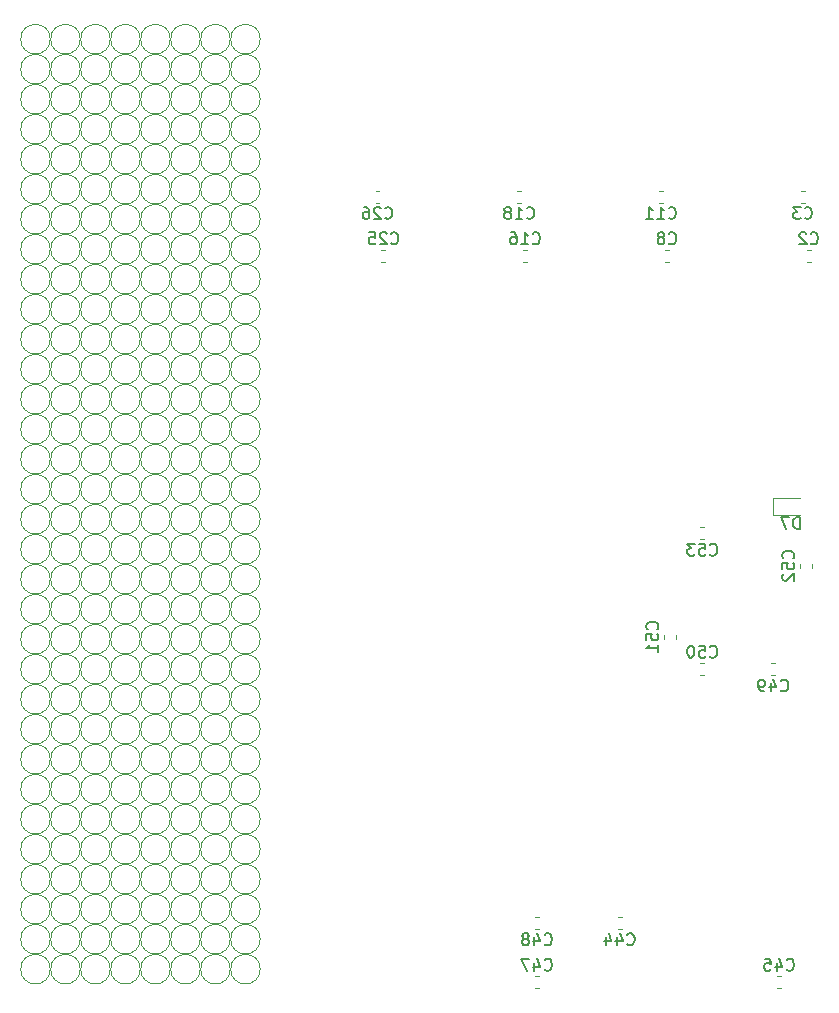
<source format=gbo>
%TF.GenerationSoftware,KiCad,Pcbnew,(5.1.10)-1*%
%TF.CreationDate,2022-10-01T12:24:56+09:00*%
%TF.ProjectId,quadBLDC,71756164-424c-4444-932e-6b696361645f,rev?*%
%TF.SameCoordinates,Original*%
%TF.FileFunction,Legend,Bot*%
%TF.FilePolarity,Positive*%
%FSLAX46Y46*%
G04 Gerber Fmt 4.6, Leading zero omitted, Abs format (unit mm)*
G04 Created by KiCad (PCBNEW (5.1.10)-1) date 2022-10-01 12:24:56*
%MOMM*%
%LPD*%
G01*
G04 APERTURE LIST*
%ADD10C,0.120000*%
%ADD11C,0.150000*%
G04 APERTURE END LIST*
D10*
%TO.C,REF\u002A\u002A*%
X6331000Y-12700000D02*
G75*
G03*
X6331000Y-12700000I-1251000J0D01*
G01*
X16491000Y-86360000D02*
G75*
G03*
X16491000Y-86360000I-1251000J0D01*
G01*
X21571000Y-12700000D02*
G75*
G03*
X21571000Y-12700000I-1251000J0D01*
G01*
X16491000Y-12700000D02*
G75*
G03*
X16491000Y-12700000I-1251000J0D01*
G01*
X11411000Y-86360000D02*
G75*
G03*
X11411000Y-86360000I-1251000J0D01*
G01*
X11411000Y-81280000D02*
G75*
G03*
X11411000Y-81280000I-1251000J0D01*
G01*
X21571000Y-86360000D02*
G75*
G03*
X21571000Y-86360000I-1251000J0D01*
G01*
X6331000Y-81280000D02*
G75*
G03*
X6331000Y-81280000I-1251000J0D01*
G01*
X13951000Y-86360000D02*
G75*
G03*
X13951000Y-86360000I-1251000J0D01*
G01*
X19031000Y-83820000D02*
G75*
G03*
X19031000Y-83820000I-1251000J0D01*
G01*
X3791000Y-83820000D02*
G75*
G03*
X3791000Y-83820000I-1251000J0D01*
G01*
X16491000Y-81280000D02*
G75*
G03*
X16491000Y-81280000I-1251000J0D01*
G01*
X21571000Y-83820000D02*
G75*
G03*
X21571000Y-83820000I-1251000J0D01*
G01*
X16491000Y-83820000D02*
G75*
G03*
X16491000Y-83820000I-1251000J0D01*
G01*
X8871000Y-83820000D02*
G75*
G03*
X8871000Y-83820000I-1251000J0D01*
G01*
X19031000Y-81280000D02*
G75*
G03*
X19031000Y-81280000I-1251000J0D01*
G01*
X6331000Y-83820000D02*
G75*
G03*
X6331000Y-83820000I-1251000J0D01*
G01*
X3791000Y-86360000D02*
G75*
G03*
X3791000Y-86360000I-1251000J0D01*
G01*
X8871000Y-86360000D02*
G75*
G03*
X8871000Y-86360000I-1251000J0D01*
G01*
X11411000Y-83820000D02*
G75*
G03*
X11411000Y-83820000I-1251000J0D01*
G01*
X21571000Y-81280000D02*
G75*
G03*
X21571000Y-81280000I-1251000J0D01*
G01*
X13951000Y-83820000D02*
G75*
G03*
X13951000Y-83820000I-1251000J0D01*
G01*
X3791000Y-81280000D02*
G75*
G03*
X3791000Y-81280000I-1251000J0D01*
G01*
X8871000Y-81280000D02*
G75*
G03*
X8871000Y-81280000I-1251000J0D01*
G01*
X19031000Y-86360000D02*
G75*
G03*
X19031000Y-86360000I-1251000J0D01*
G01*
X6331000Y-86360000D02*
G75*
G03*
X6331000Y-86360000I-1251000J0D01*
G01*
X13951000Y-81280000D02*
G75*
G03*
X13951000Y-81280000I-1251000J0D01*
G01*
X13951000Y-12700000D02*
G75*
G03*
X13951000Y-12700000I-1251000J0D01*
G01*
X3791000Y-12700000D02*
G75*
G03*
X3791000Y-12700000I-1251000J0D01*
G01*
X11411000Y-12700000D02*
G75*
G03*
X11411000Y-12700000I-1251000J0D01*
G01*
X19031000Y-12700000D02*
G75*
G03*
X19031000Y-12700000I-1251000J0D01*
G01*
X21571000Y-10160000D02*
G75*
G03*
X21571000Y-10160000I-1251000J0D01*
G01*
X8871000Y-10160000D02*
G75*
G03*
X8871000Y-10160000I-1251000J0D01*
G01*
X16491000Y-10160000D02*
G75*
G03*
X16491000Y-10160000I-1251000J0D01*
G01*
X8871000Y-12700000D02*
G75*
G03*
X8871000Y-12700000I-1251000J0D01*
G01*
X13951000Y-10160000D02*
G75*
G03*
X13951000Y-10160000I-1251000J0D01*
G01*
X6331000Y-10160000D02*
G75*
G03*
X6331000Y-10160000I-1251000J0D01*
G01*
X19031000Y-10160000D02*
G75*
G03*
X19031000Y-10160000I-1251000J0D01*
G01*
X3791000Y-10160000D02*
G75*
G03*
X3791000Y-10160000I-1251000J0D01*
G01*
X11411000Y-10160000D02*
G75*
G03*
X11411000Y-10160000I-1251000J0D01*
G01*
X3791000Y-40640000D02*
G75*
G03*
X3791000Y-40640000I-1251000J0D01*
G01*
X13951000Y-43180000D02*
G75*
G03*
X13951000Y-43180000I-1251000J0D01*
G01*
X6331000Y-45720000D02*
G75*
G03*
X6331000Y-45720000I-1251000J0D01*
G01*
X8871000Y-48260000D02*
G75*
G03*
X8871000Y-48260000I-1251000J0D01*
G01*
X6331000Y-43180000D02*
G75*
G03*
X6331000Y-43180000I-1251000J0D01*
G01*
X11411000Y-48260000D02*
G75*
G03*
X11411000Y-48260000I-1251000J0D01*
G01*
X6331000Y-40640000D02*
G75*
G03*
X6331000Y-40640000I-1251000J0D01*
G01*
X13951000Y-40640000D02*
G75*
G03*
X13951000Y-40640000I-1251000J0D01*
G01*
X6331000Y-48260000D02*
G75*
G03*
X6331000Y-48260000I-1251000J0D01*
G01*
X19031000Y-43180000D02*
G75*
G03*
X19031000Y-43180000I-1251000J0D01*
G01*
X19031000Y-48260000D02*
G75*
G03*
X19031000Y-48260000I-1251000J0D01*
G01*
X3791000Y-45720000D02*
G75*
G03*
X3791000Y-45720000I-1251000J0D01*
G01*
X21571000Y-43180000D02*
G75*
G03*
X21571000Y-43180000I-1251000J0D01*
G01*
X19031000Y-45720000D02*
G75*
G03*
X19031000Y-45720000I-1251000J0D01*
G01*
X11411000Y-43180000D02*
G75*
G03*
X11411000Y-43180000I-1251000J0D01*
G01*
X8871000Y-43180000D02*
G75*
G03*
X8871000Y-43180000I-1251000J0D01*
G01*
X16491000Y-48260000D02*
G75*
G03*
X16491000Y-48260000I-1251000J0D01*
G01*
X21571000Y-40640000D02*
G75*
G03*
X21571000Y-40640000I-1251000J0D01*
G01*
X21571000Y-45720000D02*
G75*
G03*
X21571000Y-45720000I-1251000J0D01*
G01*
X11411000Y-40640000D02*
G75*
G03*
X11411000Y-40640000I-1251000J0D01*
G01*
X8871000Y-40640000D02*
G75*
G03*
X8871000Y-40640000I-1251000J0D01*
G01*
X3791000Y-43180000D02*
G75*
G03*
X3791000Y-43180000I-1251000J0D01*
G01*
X19031000Y-40640000D02*
G75*
G03*
X19031000Y-40640000I-1251000J0D01*
G01*
X16491000Y-40640000D02*
G75*
G03*
X16491000Y-40640000I-1251000J0D01*
G01*
X16491000Y-43180000D02*
G75*
G03*
X16491000Y-43180000I-1251000J0D01*
G01*
X13951000Y-48260000D02*
G75*
G03*
X13951000Y-48260000I-1251000J0D01*
G01*
X16491000Y-76200000D02*
G75*
G03*
X16491000Y-76200000I-1251000J0D01*
G01*
X11411000Y-76200000D02*
G75*
G03*
X11411000Y-76200000I-1251000J0D01*
G01*
X11411000Y-78740000D02*
G75*
G03*
X11411000Y-78740000I-1251000J0D01*
G01*
X13951000Y-76200000D02*
G75*
G03*
X13951000Y-76200000I-1251000J0D01*
G01*
X21571000Y-76200000D02*
G75*
G03*
X21571000Y-76200000I-1251000J0D01*
G01*
X21571000Y-78740000D02*
G75*
G03*
X21571000Y-78740000I-1251000J0D01*
G01*
X8871000Y-78740000D02*
G75*
G03*
X8871000Y-78740000I-1251000J0D01*
G01*
X13951000Y-78740000D02*
G75*
G03*
X13951000Y-78740000I-1251000J0D01*
G01*
X16491000Y-78740000D02*
G75*
G03*
X16491000Y-78740000I-1251000J0D01*
G01*
X8871000Y-76200000D02*
G75*
G03*
X8871000Y-76200000I-1251000J0D01*
G01*
X3791000Y-78740000D02*
G75*
G03*
X3791000Y-78740000I-1251000J0D01*
G01*
X3791000Y-76200000D02*
G75*
G03*
X3791000Y-76200000I-1251000J0D01*
G01*
X19031000Y-76200000D02*
G75*
G03*
X19031000Y-76200000I-1251000J0D01*
G01*
X6331000Y-76200000D02*
G75*
G03*
X6331000Y-76200000I-1251000J0D01*
G01*
X19031000Y-78740000D02*
G75*
G03*
X19031000Y-78740000I-1251000J0D01*
G01*
X6331000Y-78740000D02*
G75*
G03*
X6331000Y-78740000I-1251000J0D01*
G01*
X3791000Y-73660000D02*
G75*
G03*
X3791000Y-73660000I-1251000J0D01*
G01*
X21571000Y-73660000D02*
G75*
G03*
X21571000Y-73660000I-1251000J0D01*
G01*
X16491000Y-71120000D02*
G75*
G03*
X16491000Y-71120000I-1251000J0D01*
G01*
X11411000Y-71120000D02*
G75*
G03*
X11411000Y-71120000I-1251000J0D01*
G01*
X13951000Y-71120000D02*
G75*
G03*
X13951000Y-71120000I-1251000J0D01*
G01*
X8871000Y-71120000D02*
G75*
G03*
X8871000Y-71120000I-1251000J0D01*
G01*
X19031000Y-58420000D02*
G75*
G03*
X19031000Y-58420000I-1251000J0D01*
G01*
X8871000Y-66040000D02*
G75*
G03*
X8871000Y-66040000I-1251000J0D01*
G01*
X19031000Y-66040000D02*
G75*
G03*
X19031000Y-66040000I-1251000J0D01*
G01*
X6331000Y-68580000D02*
G75*
G03*
X6331000Y-68580000I-1251000J0D01*
G01*
X8871000Y-73660000D02*
G75*
G03*
X8871000Y-73660000I-1251000J0D01*
G01*
X3791000Y-63500000D02*
G75*
G03*
X3791000Y-63500000I-1251000J0D01*
G01*
X21571000Y-71120000D02*
G75*
G03*
X21571000Y-71120000I-1251000J0D01*
G01*
X11411000Y-66040000D02*
G75*
G03*
X11411000Y-66040000I-1251000J0D01*
G01*
X13951000Y-68580000D02*
G75*
G03*
X13951000Y-68580000I-1251000J0D01*
G01*
X3791000Y-68580000D02*
G75*
G03*
X3791000Y-68580000I-1251000J0D01*
G01*
X3791000Y-71120000D02*
G75*
G03*
X3791000Y-71120000I-1251000J0D01*
G01*
X16491000Y-73660000D02*
G75*
G03*
X16491000Y-73660000I-1251000J0D01*
G01*
X13951000Y-66040000D02*
G75*
G03*
X13951000Y-66040000I-1251000J0D01*
G01*
X19031000Y-71120000D02*
G75*
G03*
X19031000Y-71120000I-1251000J0D01*
G01*
X11411000Y-68580000D02*
G75*
G03*
X11411000Y-68580000I-1251000J0D01*
G01*
X16491000Y-68580000D02*
G75*
G03*
X16491000Y-68580000I-1251000J0D01*
G01*
X6331000Y-73660000D02*
G75*
G03*
X6331000Y-73660000I-1251000J0D01*
G01*
X11411000Y-73660000D02*
G75*
G03*
X11411000Y-73660000I-1251000J0D01*
G01*
X3791000Y-66040000D02*
G75*
G03*
X3791000Y-66040000I-1251000J0D01*
G01*
X6331000Y-66040000D02*
G75*
G03*
X6331000Y-66040000I-1251000J0D01*
G01*
X13951000Y-73660000D02*
G75*
G03*
X13951000Y-73660000I-1251000J0D01*
G01*
X6331000Y-71120000D02*
G75*
G03*
X6331000Y-71120000I-1251000J0D01*
G01*
X21571000Y-66040000D02*
G75*
G03*
X21571000Y-66040000I-1251000J0D01*
G01*
X19031000Y-68580000D02*
G75*
G03*
X19031000Y-68580000I-1251000J0D01*
G01*
X21571000Y-63500000D02*
G75*
G03*
X21571000Y-63500000I-1251000J0D01*
G01*
X16491000Y-60960000D02*
G75*
G03*
X16491000Y-60960000I-1251000J0D01*
G01*
X21571000Y-60960000D02*
G75*
G03*
X21571000Y-60960000I-1251000J0D01*
G01*
X13951000Y-60960000D02*
G75*
G03*
X13951000Y-60960000I-1251000J0D01*
G01*
X19031000Y-73660000D02*
G75*
G03*
X19031000Y-73660000I-1251000J0D01*
G01*
X16491000Y-66040000D02*
G75*
G03*
X16491000Y-66040000I-1251000J0D01*
G01*
X11411000Y-60960000D02*
G75*
G03*
X11411000Y-60960000I-1251000J0D01*
G01*
X6331000Y-55880000D02*
G75*
G03*
X6331000Y-55880000I-1251000J0D01*
G01*
X21571000Y-68580000D02*
G75*
G03*
X21571000Y-68580000I-1251000J0D01*
G01*
X11411000Y-55880000D02*
G75*
G03*
X11411000Y-55880000I-1251000J0D01*
G01*
X11411000Y-63500000D02*
G75*
G03*
X11411000Y-63500000I-1251000J0D01*
G01*
X8871000Y-68580000D02*
G75*
G03*
X8871000Y-68580000I-1251000J0D01*
G01*
X3791000Y-60960000D02*
G75*
G03*
X3791000Y-60960000I-1251000J0D01*
G01*
X3791000Y-58420000D02*
G75*
G03*
X3791000Y-58420000I-1251000J0D01*
G01*
X16491000Y-58420000D02*
G75*
G03*
X16491000Y-58420000I-1251000J0D01*
G01*
X8871000Y-58420000D02*
G75*
G03*
X8871000Y-58420000I-1251000J0D01*
G01*
X13951000Y-58420000D02*
G75*
G03*
X13951000Y-58420000I-1251000J0D01*
G01*
X16491000Y-55880000D02*
G75*
G03*
X16491000Y-55880000I-1251000J0D01*
G01*
X8871000Y-63500000D02*
G75*
G03*
X8871000Y-63500000I-1251000J0D01*
G01*
X19031000Y-60960000D02*
G75*
G03*
X19031000Y-60960000I-1251000J0D01*
G01*
X6331000Y-60960000D02*
G75*
G03*
X6331000Y-60960000I-1251000J0D01*
G01*
X16491000Y-63500000D02*
G75*
G03*
X16491000Y-63500000I-1251000J0D01*
G01*
X11411000Y-58420000D02*
G75*
G03*
X11411000Y-58420000I-1251000J0D01*
G01*
X19031000Y-63500000D02*
G75*
G03*
X19031000Y-63500000I-1251000J0D01*
G01*
X13951000Y-55880000D02*
G75*
G03*
X13951000Y-55880000I-1251000J0D01*
G01*
X6331000Y-58420000D02*
G75*
G03*
X6331000Y-58420000I-1251000J0D01*
G01*
X8871000Y-60960000D02*
G75*
G03*
X8871000Y-60960000I-1251000J0D01*
G01*
X13951000Y-63500000D02*
G75*
G03*
X13951000Y-63500000I-1251000J0D01*
G01*
X21571000Y-58420000D02*
G75*
G03*
X21571000Y-58420000I-1251000J0D01*
G01*
X19031000Y-55880000D02*
G75*
G03*
X19031000Y-55880000I-1251000J0D01*
G01*
X21571000Y-55880000D02*
G75*
G03*
X21571000Y-55880000I-1251000J0D01*
G01*
X3791000Y-55880000D02*
G75*
G03*
X3791000Y-55880000I-1251000J0D01*
G01*
X8871000Y-55880000D02*
G75*
G03*
X8871000Y-55880000I-1251000J0D01*
G01*
X6331000Y-63500000D02*
G75*
G03*
X6331000Y-63500000I-1251000J0D01*
G01*
X16491000Y-50800000D02*
G75*
G03*
X16491000Y-50800000I-1251000J0D01*
G01*
X11411000Y-50800000D02*
G75*
G03*
X11411000Y-50800000I-1251000J0D01*
G01*
X11411000Y-53340000D02*
G75*
G03*
X11411000Y-53340000I-1251000J0D01*
G01*
X13951000Y-50800000D02*
G75*
G03*
X13951000Y-50800000I-1251000J0D01*
G01*
X3791000Y-48260000D02*
G75*
G03*
X3791000Y-48260000I-1251000J0D01*
G01*
X19031000Y-50800000D02*
G75*
G03*
X19031000Y-50800000I-1251000J0D01*
G01*
X11411000Y-45720000D02*
G75*
G03*
X11411000Y-45720000I-1251000J0D01*
G01*
X6331000Y-53340000D02*
G75*
G03*
X6331000Y-53340000I-1251000J0D01*
G01*
X16491000Y-53340000D02*
G75*
G03*
X16491000Y-53340000I-1251000J0D01*
G01*
X21571000Y-50800000D02*
G75*
G03*
X21571000Y-50800000I-1251000J0D01*
G01*
X8871000Y-45720000D02*
G75*
G03*
X8871000Y-45720000I-1251000J0D01*
G01*
X3791000Y-53340000D02*
G75*
G03*
X3791000Y-53340000I-1251000J0D01*
G01*
X13951000Y-53340000D02*
G75*
G03*
X13951000Y-53340000I-1251000J0D01*
G01*
X6331000Y-50800000D02*
G75*
G03*
X6331000Y-50800000I-1251000J0D01*
G01*
X19031000Y-53340000D02*
G75*
G03*
X19031000Y-53340000I-1251000J0D01*
G01*
X21571000Y-48260000D02*
G75*
G03*
X21571000Y-48260000I-1251000J0D01*
G01*
X16491000Y-45720000D02*
G75*
G03*
X16491000Y-45720000I-1251000J0D01*
G01*
X21571000Y-53340000D02*
G75*
G03*
X21571000Y-53340000I-1251000J0D01*
G01*
X13951000Y-45720000D02*
G75*
G03*
X13951000Y-45720000I-1251000J0D01*
G01*
X8871000Y-50800000D02*
G75*
G03*
X8871000Y-50800000I-1251000J0D01*
G01*
X3791000Y-50800000D02*
G75*
G03*
X3791000Y-50800000I-1251000J0D01*
G01*
X8871000Y-53340000D02*
G75*
G03*
X8871000Y-53340000I-1251000J0D01*
G01*
X6331000Y-20320000D02*
G75*
G03*
X6331000Y-20320000I-1251000J0D01*
G01*
X6331000Y-15240000D02*
G75*
G03*
X6331000Y-15240000I-1251000J0D01*
G01*
X13951000Y-15240000D02*
G75*
G03*
X13951000Y-15240000I-1251000J0D01*
G01*
X13951000Y-17780000D02*
G75*
G03*
X13951000Y-17780000I-1251000J0D01*
G01*
X19031000Y-22860000D02*
G75*
G03*
X19031000Y-22860000I-1251000J0D01*
G01*
X3791000Y-15240000D02*
G75*
G03*
X3791000Y-15240000I-1251000J0D01*
G01*
X3791000Y-20320000D02*
G75*
G03*
X3791000Y-20320000I-1251000J0D01*
G01*
X16491000Y-22860000D02*
G75*
G03*
X16491000Y-22860000I-1251000J0D01*
G01*
X13951000Y-22860000D02*
G75*
G03*
X13951000Y-22860000I-1251000J0D01*
G01*
X6331000Y-22860000D02*
G75*
G03*
X6331000Y-22860000I-1251000J0D01*
G01*
X21571000Y-15240000D02*
G75*
G03*
X21571000Y-15240000I-1251000J0D01*
G01*
X8871000Y-17780000D02*
G75*
G03*
X8871000Y-17780000I-1251000J0D01*
G01*
X11411000Y-22860000D02*
G75*
G03*
X11411000Y-22860000I-1251000J0D01*
G01*
X11411000Y-15240000D02*
G75*
G03*
X11411000Y-15240000I-1251000J0D01*
G01*
X16491000Y-17780000D02*
G75*
G03*
X16491000Y-17780000I-1251000J0D01*
G01*
X3791000Y-17780000D02*
G75*
G03*
X3791000Y-17780000I-1251000J0D01*
G01*
X21571000Y-17780000D02*
G75*
G03*
X21571000Y-17780000I-1251000J0D01*
G01*
X16491000Y-15240000D02*
G75*
G03*
X16491000Y-15240000I-1251000J0D01*
G01*
X11411000Y-17780000D02*
G75*
G03*
X11411000Y-17780000I-1251000J0D01*
G01*
X19031000Y-20320000D02*
G75*
G03*
X19031000Y-20320000I-1251000J0D01*
G01*
X19031000Y-17780000D02*
G75*
G03*
X19031000Y-17780000I-1251000J0D01*
G01*
X11411000Y-38100000D02*
G75*
G03*
X11411000Y-38100000I-1251000J0D01*
G01*
X3791000Y-38100000D02*
G75*
G03*
X3791000Y-38100000I-1251000J0D01*
G01*
X6331000Y-33020000D02*
G75*
G03*
X6331000Y-33020000I-1251000J0D01*
G01*
X16491000Y-38100000D02*
G75*
G03*
X16491000Y-38100000I-1251000J0D01*
G01*
X3791000Y-33020000D02*
G75*
G03*
X3791000Y-33020000I-1251000J0D01*
G01*
X21571000Y-33020000D02*
G75*
G03*
X21571000Y-33020000I-1251000J0D01*
G01*
X19031000Y-30480000D02*
G75*
G03*
X19031000Y-30480000I-1251000J0D01*
G01*
X16491000Y-35560000D02*
G75*
G03*
X16491000Y-35560000I-1251000J0D01*
G01*
X11411000Y-30480000D02*
G75*
G03*
X11411000Y-30480000I-1251000J0D01*
G01*
X21571000Y-35560000D02*
G75*
G03*
X21571000Y-35560000I-1251000J0D01*
G01*
X6331000Y-30480000D02*
G75*
G03*
X6331000Y-30480000I-1251000J0D01*
G01*
X21571000Y-38100000D02*
G75*
G03*
X21571000Y-38100000I-1251000J0D01*
G01*
X11411000Y-35560000D02*
G75*
G03*
X11411000Y-35560000I-1251000J0D01*
G01*
X13951000Y-35560000D02*
G75*
G03*
X13951000Y-35560000I-1251000J0D01*
G01*
X19031000Y-33020000D02*
G75*
G03*
X19031000Y-33020000I-1251000J0D01*
G01*
X8871000Y-38100000D02*
G75*
G03*
X8871000Y-38100000I-1251000J0D01*
G01*
X13951000Y-38100000D02*
G75*
G03*
X13951000Y-38100000I-1251000J0D01*
G01*
X16491000Y-30480000D02*
G75*
G03*
X16491000Y-30480000I-1251000J0D01*
G01*
X16491000Y-33020000D02*
G75*
G03*
X16491000Y-33020000I-1251000J0D01*
G01*
X8871000Y-33020000D02*
G75*
G03*
X8871000Y-33020000I-1251000J0D01*
G01*
X3791000Y-35560000D02*
G75*
G03*
X3791000Y-35560000I-1251000J0D01*
G01*
X8871000Y-35560000D02*
G75*
G03*
X8871000Y-35560000I-1251000J0D01*
G01*
X11411000Y-33020000D02*
G75*
G03*
X11411000Y-33020000I-1251000J0D01*
G01*
X21571000Y-30480000D02*
G75*
G03*
X21571000Y-30480000I-1251000J0D01*
G01*
X13951000Y-33020000D02*
G75*
G03*
X13951000Y-33020000I-1251000J0D01*
G01*
X3791000Y-30480000D02*
G75*
G03*
X3791000Y-30480000I-1251000J0D01*
G01*
X19031000Y-35560000D02*
G75*
G03*
X19031000Y-35560000I-1251000J0D01*
G01*
X6331000Y-35560000D02*
G75*
G03*
X6331000Y-35560000I-1251000J0D01*
G01*
X13951000Y-30480000D02*
G75*
G03*
X13951000Y-30480000I-1251000J0D01*
G01*
X16491000Y-25400000D02*
G75*
G03*
X16491000Y-25400000I-1251000J0D01*
G01*
X11411000Y-25400000D02*
G75*
G03*
X11411000Y-25400000I-1251000J0D01*
G01*
X6331000Y-38100000D02*
G75*
G03*
X6331000Y-38100000I-1251000J0D01*
G01*
X11411000Y-27940000D02*
G75*
G03*
X11411000Y-27940000I-1251000J0D01*
G01*
X21571000Y-25400000D02*
G75*
G03*
X21571000Y-25400000I-1251000J0D01*
G01*
X8871000Y-27940000D02*
G75*
G03*
X8871000Y-27940000I-1251000J0D01*
G01*
X8871000Y-30480000D02*
G75*
G03*
X8871000Y-30480000I-1251000J0D01*
G01*
X13951000Y-27940000D02*
G75*
G03*
X13951000Y-27940000I-1251000J0D01*
G01*
X16491000Y-27940000D02*
G75*
G03*
X16491000Y-27940000I-1251000J0D01*
G01*
X21571000Y-27940000D02*
G75*
G03*
X21571000Y-27940000I-1251000J0D01*
G01*
X19031000Y-38100000D02*
G75*
G03*
X19031000Y-38100000I-1251000J0D01*
G01*
X13951000Y-25400000D02*
G75*
G03*
X13951000Y-25400000I-1251000J0D01*
G01*
X6331000Y-27940000D02*
G75*
G03*
X6331000Y-27940000I-1251000J0D01*
G01*
X3791000Y-22860000D02*
G75*
G03*
X3791000Y-22860000I-1251000J0D01*
G01*
X19031000Y-25400000D02*
G75*
G03*
X19031000Y-25400000I-1251000J0D01*
G01*
X11411000Y-20320000D02*
G75*
G03*
X11411000Y-20320000I-1251000J0D01*
G01*
X8871000Y-20320000D02*
G75*
G03*
X8871000Y-20320000I-1251000J0D01*
G01*
X8871000Y-15240000D02*
G75*
G03*
X8871000Y-15240000I-1251000J0D01*
G01*
X6331000Y-17780000D02*
G75*
G03*
X6331000Y-17780000I-1251000J0D01*
G01*
X16491000Y-20320000D02*
G75*
G03*
X16491000Y-20320000I-1251000J0D01*
G01*
X19031000Y-15240000D02*
G75*
G03*
X19031000Y-15240000I-1251000J0D01*
G01*
X13951000Y-20320000D02*
G75*
G03*
X13951000Y-20320000I-1251000J0D01*
G01*
X21571000Y-22860000D02*
G75*
G03*
X21571000Y-22860000I-1251000J0D01*
G01*
X3791000Y-27940000D02*
G75*
G03*
X3791000Y-27940000I-1251000J0D01*
G01*
X8871000Y-22860000D02*
G75*
G03*
X8871000Y-22860000I-1251000J0D01*
G01*
X21571000Y-20320000D02*
G75*
G03*
X21571000Y-20320000I-1251000J0D01*
G01*
X3791000Y-25400000D02*
G75*
G03*
X3791000Y-25400000I-1251000J0D01*
G01*
X6331000Y-25400000D02*
G75*
G03*
X6331000Y-25400000I-1251000J0D01*
G01*
X8871000Y-25400000D02*
G75*
G03*
X8871000Y-25400000I-1251000J0D01*
G01*
X19031000Y-27940000D02*
G75*
G03*
X19031000Y-27940000I-1251000J0D01*
G01*
X21571000Y-88900000D02*
G75*
G03*
X21571000Y-88900000I-1251000J0D01*
G01*
X11411000Y-88900000D02*
G75*
G03*
X11411000Y-88900000I-1251000J0D01*
G01*
X8871000Y-88900000D02*
G75*
G03*
X8871000Y-88900000I-1251000J0D01*
G01*
X13951000Y-88900000D02*
G75*
G03*
X13951000Y-88900000I-1251000J0D01*
G01*
X16491000Y-88900000D02*
G75*
G03*
X16491000Y-88900000I-1251000J0D01*
G01*
X19031000Y-88900000D02*
G75*
G03*
X19031000Y-88900000I-1251000J0D01*
G01*
X6331000Y-88900000D02*
G75*
G03*
X6331000Y-88900000I-1251000J0D01*
G01*
X3791000Y-88900000D02*
G75*
G03*
X3791000Y-88900000I-1251000J0D01*
G01*
%TO.C,C2*%
X68162779Y-27990000D02*
X67837221Y-27990000D01*
X68162779Y-29010000D02*
X67837221Y-29010000D01*
%TO.C,C3*%
X67337221Y-22990000D02*
X67662779Y-22990000D01*
X67337221Y-24010000D02*
X67662779Y-24010000D01*
%TO.C,C8*%
X56162779Y-29010000D02*
X55837221Y-29010000D01*
X56162779Y-27990000D02*
X55837221Y-27990000D01*
%TO.C,C11*%
X55337221Y-22990000D02*
X55662779Y-22990000D01*
X55337221Y-24010000D02*
X55662779Y-24010000D01*
%TO.C,C16*%
X44162779Y-29010000D02*
X43837221Y-29010000D01*
X44162779Y-27990000D02*
X43837221Y-27990000D01*
%TO.C,C18*%
X43337221Y-24010000D02*
X43662779Y-24010000D01*
X43337221Y-22990000D02*
X43662779Y-22990000D01*
%TO.C,C25*%
X32162779Y-27990000D02*
X31837221Y-27990000D01*
X32162779Y-29010000D02*
X31837221Y-29010000D01*
%TO.C,C26*%
X31337221Y-24010000D02*
X31662779Y-24010000D01*
X31337221Y-22990000D02*
X31662779Y-22990000D01*
%TO.C,C44*%
X51837221Y-84490000D02*
X52162779Y-84490000D01*
X51837221Y-85510000D02*
X52162779Y-85510000D01*
%TO.C,C45*%
X65662779Y-89490000D02*
X65337221Y-89490000D01*
X65662779Y-90510000D02*
X65337221Y-90510000D01*
%TO.C,C47*%
X45162779Y-89490000D02*
X44837221Y-89490000D01*
X45162779Y-90510000D02*
X44837221Y-90510000D01*
%TO.C,C48*%
X44837221Y-85510000D02*
X45162779Y-85510000D01*
X44837221Y-84490000D02*
X45162779Y-84490000D01*
%TO.C,C49*%
X64837221Y-62990000D02*
X65162779Y-62990000D01*
X64837221Y-64010000D02*
X65162779Y-64010000D01*
%TO.C,C50*%
X59162779Y-64010000D02*
X58837221Y-64010000D01*
X59162779Y-62990000D02*
X58837221Y-62990000D01*
%TO.C,C51*%
X55740000Y-60587221D02*
X55740000Y-60912779D01*
X56760000Y-60587221D02*
X56760000Y-60912779D01*
%TO.C,C52*%
X68260000Y-54587221D02*
X68260000Y-54912779D01*
X67240000Y-54587221D02*
X67240000Y-54912779D01*
%TO.C,C53*%
X58837221Y-51490000D02*
X59162779Y-51490000D01*
X58837221Y-52510000D02*
X59162779Y-52510000D01*
%TO.C,D7*%
X67300000Y-50485000D02*
X65015000Y-50485000D01*
X65015000Y-50485000D02*
X65015000Y-49015000D01*
X65015000Y-49015000D02*
X67300000Y-49015000D01*
%TO.C,C2*%
D11*
X68166666Y-27427142D02*
X68214285Y-27474761D01*
X68357142Y-27522380D01*
X68452380Y-27522380D01*
X68595238Y-27474761D01*
X68690476Y-27379523D01*
X68738095Y-27284285D01*
X68785714Y-27093809D01*
X68785714Y-26950952D01*
X68738095Y-26760476D01*
X68690476Y-26665238D01*
X68595238Y-26570000D01*
X68452380Y-26522380D01*
X68357142Y-26522380D01*
X68214285Y-26570000D01*
X68166666Y-26617619D01*
X67785714Y-26617619D02*
X67738095Y-26570000D01*
X67642857Y-26522380D01*
X67404761Y-26522380D01*
X67309523Y-26570000D01*
X67261904Y-26617619D01*
X67214285Y-26712857D01*
X67214285Y-26808095D01*
X67261904Y-26950952D01*
X67833333Y-27522380D01*
X67214285Y-27522380D01*
%TO.C,C3*%
X67666666Y-25287142D02*
X67714285Y-25334761D01*
X67857142Y-25382380D01*
X67952380Y-25382380D01*
X68095238Y-25334761D01*
X68190476Y-25239523D01*
X68238095Y-25144285D01*
X68285714Y-24953809D01*
X68285714Y-24810952D01*
X68238095Y-24620476D01*
X68190476Y-24525238D01*
X68095238Y-24430000D01*
X67952380Y-24382380D01*
X67857142Y-24382380D01*
X67714285Y-24430000D01*
X67666666Y-24477619D01*
X67333333Y-24382380D02*
X66714285Y-24382380D01*
X67047619Y-24763333D01*
X66904761Y-24763333D01*
X66809523Y-24810952D01*
X66761904Y-24858571D01*
X66714285Y-24953809D01*
X66714285Y-25191904D01*
X66761904Y-25287142D01*
X66809523Y-25334761D01*
X66904761Y-25382380D01*
X67190476Y-25382380D01*
X67285714Y-25334761D01*
X67333333Y-25287142D01*
%TO.C,C8*%
X56166666Y-27427142D02*
X56214285Y-27474761D01*
X56357142Y-27522380D01*
X56452380Y-27522380D01*
X56595238Y-27474761D01*
X56690476Y-27379523D01*
X56738095Y-27284285D01*
X56785714Y-27093809D01*
X56785714Y-26950952D01*
X56738095Y-26760476D01*
X56690476Y-26665238D01*
X56595238Y-26570000D01*
X56452380Y-26522380D01*
X56357142Y-26522380D01*
X56214285Y-26570000D01*
X56166666Y-26617619D01*
X55595238Y-26950952D02*
X55690476Y-26903333D01*
X55738095Y-26855714D01*
X55785714Y-26760476D01*
X55785714Y-26712857D01*
X55738095Y-26617619D01*
X55690476Y-26570000D01*
X55595238Y-26522380D01*
X55404761Y-26522380D01*
X55309523Y-26570000D01*
X55261904Y-26617619D01*
X55214285Y-26712857D01*
X55214285Y-26760476D01*
X55261904Y-26855714D01*
X55309523Y-26903333D01*
X55404761Y-26950952D01*
X55595238Y-26950952D01*
X55690476Y-26998571D01*
X55738095Y-27046190D01*
X55785714Y-27141428D01*
X55785714Y-27331904D01*
X55738095Y-27427142D01*
X55690476Y-27474761D01*
X55595238Y-27522380D01*
X55404761Y-27522380D01*
X55309523Y-27474761D01*
X55261904Y-27427142D01*
X55214285Y-27331904D01*
X55214285Y-27141428D01*
X55261904Y-27046190D01*
X55309523Y-26998571D01*
X55404761Y-26950952D01*
%TO.C,C11*%
X56142857Y-25287142D02*
X56190476Y-25334761D01*
X56333333Y-25382380D01*
X56428571Y-25382380D01*
X56571428Y-25334761D01*
X56666666Y-25239523D01*
X56714285Y-25144285D01*
X56761904Y-24953809D01*
X56761904Y-24810952D01*
X56714285Y-24620476D01*
X56666666Y-24525238D01*
X56571428Y-24430000D01*
X56428571Y-24382380D01*
X56333333Y-24382380D01*
X56190476Y-24430000D01*
X56142857Y-24477619D01*
X55190476Y-25382380D02*
X55761904Y-25382380D01*
X55476190Y-25382380D02*
X55476190Y-24382380D01*
X55571428Y-24525238D01*
X55666666Y-24620476D01*
X55761904Y-24668095D01*
X54238095Y-25382380D02*
X54809523Y-25382380D01*
X54523809Y-25382380D02*
X54523809Y-24382380D01*
X54619047Y-24525238D01*
X54714285Y-24620476D01*
X54809523Y-24668095D01*
%TO.C,C16*%
X44642857Y-27427142D02*
X44690476Y-27474761D01*
X44833333Y-27522380D01*
X44928571Y-27522380D01*
X45071428Y-27474761D01*
X45166666Y-27379523D01*
X45214285Y-27284285D01*
X45261904Y-27093809D01*
X45261904Y-26950952D01*
X45214285Y-26760476D01*
X45166666Y-26665238D01*
X45071428Y-26570000D01*
X44928571Y-26522380D01*
X44833333Y-26522380D01*
X44690476Y-26570000D01*
X44642857Y-26617619D01*
X43690476Y-27522380D02*
X44261904Y-27522380D01*
X43976190Y-27522380D02*
X43976190Y-26522380D01*
X44071428Y-26665238D01*
X44166666Y-26760476D01*
X44261904Y-26808095D01*
X42833333Y-26522380D02*
X43023809Y-26522380D01*
X43119047Y-26570000D01*
X43166666Y-26617619D01*
X43261904Y-26760476D01*
X43309523Y-26950952D01*
X43309523Y-27331904D01*
X43261904Y-27427142D01*
X43214285Y-27474761D01*
X43119047Y-27522380D01*
X42928571Y-27522380D01*
X42833333Y-27474761D01*
X42785714Y-27427142D01*
X42738095Y-27331904D01*
X42738095Y-27093809D01*
X42785714Y-26998571D01*
X42833333Y-26950952D01*
X42928571Y-26903333D01*
X43119047Y-26903333D01*
X43214285Y-26950952D01*
X43261904Y-26998571D01*
X43309523Y-27093809D01*
%TO.C,C18*%
X44142857Y-25287142D02*
X44190476Y-25334761D01*
X44333333Y-25382380D01*
X44428571Y-25382380D01*
X44571428Y-25334761D01*
X44666666Y-25239523D01*
X44714285Y-25144285D01*
X44761904Y-24953809D01*
X44761904Y-24810952D01*
X44714285Y-24620476D01*
X44666666Y-24525238D01*
X44571428Y-24430000D01*
X44428571Y-24382380D01*
X44333333Y-24382380D01*
X44190476Y-24430000D01*
X44142857Y-24477619D01*
X43190476Y-25382380D02*
X43761904Y-25382380D01*
X43476190Y-25382380D02*
X43476190Y-24382380D01*
X43571428Y-24525238D01*
X43666666Y-24620476D01*
X43761904Y-24668095D01*
X42619047Y-24810952D02*
X42714285Y-24763333D01*
X42761904Y-24715714D01*
X42809523Y-24620476D01*
X42809523Y-24572857D01*
X42761904Y-24477619D01*
X42714285Y-24430000D01*
X42619047Y-24382380D01*
X42428571Y-24382380D01*
X42333333Y-24430000D01*
X42285714Y-24477619D01*
X42238095Y-24572857D01*
X42238095Y-24620476D01*
X42285714Y-24715714D01*
X42333333Y-24763333D01*
X42428571Y-24810952D01*
X42619047Y-24810952D01*
X42714285Y-24858571D01*
X42761904Y-24906190D01*
X42809523Y-25001428D01*
X42809523Y-25191904D01*
X42761904Y-25287142D01*
X42714285Y-25334761D01*
X42619047Y-25382380D01*
X42428571Y-25382380D01*
X42333333Y-25334761D01*
X42285714Y-25287142D01*
X42238095Y-25191904D01*
X42238095Y-25001428D01*
X42285714Y-24906190D01*
X42333333Y-24858571D01*
X42428571Y-24810952D01*
%TO.C,C25*%
X32642857Y-27427142D02*
X32690476Y-27474761D01*
X32833333Y-27522380D01*
X32928571Y-27522380D01*
X33071428Y-27474761D01*
X33166666Y-27379523D01*
X33214285Y-27284285D01*
X33261904Y-27093809D01*
X33261904Y-26950952D01*
X33214285Y-26760476D01*
X33166666Y-26665238D01*
X33071428Y-26570000D01*
X32928571Y-26522380D01*
X32833333Y-26522380D01*
X32690476Y-26570000D01*
X32642857Y-26617619D01*
X32261904Y-26617619D02*
X32214285Y-26570000D01*
X32119047Y-26522380D01*
X31880952Y-26522380D01*
X31785714Y-26570000D01*
X31738095Y-26617619D01*
X31690476Y-26712857D01*
X31690476Y-26808095D01*
X31738095Y-26950952D01*
X32309523Y-27522380D01*
X31690476Y-27522380D01*
X30785714Y-26522380D02*
X31261904Y-26522380D01*
X31309523Y-26998571D01*
X31261904Y-26950952D01*
X31166666Y-26903333D01*
X30928571Y-26903333D01*
X30833333Y-26950952D01*
X30785714Y-26998571D01*
X30738095Y-27093809D01*
X30738095Y-27331904D01*
X30785714Y-27427142D01*
X30833333Y-27474761D01*
X30928571Y-27522380D01*
X31166666Y-27522380D01*
X31261904Y-27474761D01*
X31309523Y-27427142D01*
%TO.C,C26*%
X32142857Y-25287142D02*
X32190476Y-25334761D01*
X32333333Y-25382380D01*
X32428571Y-25382380D01*
X32571428Y-25334761D01*
X32666666Y-25239523D01*
X32714285Y-25144285D01*
X32761904Y-24953809D01*
X32761904Y-24810952D01*
X32714285Y-24620476D01*
X32666666Y-24525238D01*
X32571428Y-24430000D01*
X32428571Y-24382380D01*
X32333333Y-24382380D01*
X32190476Y-24430000D01*
X32142857Y-24477619D01*
X31761904Y-24477619D02*
X31714285Y-24430000D01*
X31619047Y-24382380D01*
X31380952Y-24382380D01*
X31285714Y-24430000D01*
X31238095Y-24477619D01*
X31190476Y-24572857D01*
X31190476Y-24668095D01*
X31238095Y-24810952D01*
X31809523Y-25382380D01*
X31190476Y-25382380D01*
X30333333Y-24382380D02*
X30523809Y-24382380D01*
X30619047Y-24430000D01*
X30666666Y-24477619D01*
X30761904Y-24620476D01*
X30809523Y-24810952D01*
X30809523Y-25191904D01*
X30761904Y-25287142D01*
X30714285Y-25334761D01*
X30619047Y-25382380D01*
X30428571Y-25382380D01*
X30333333Y-25334761D01*
X30285714Y-25287142D01*
X30238095Y-25191904D01*
X30238095Y-24953809D01*
X30285714Y-24858571D01*
X30333333Y-24810952D01*
X30428571Y-24763333D01*
X30619047Y-24763333D01*
X30714285Y-24810952D01*
X30761904Y-24858571D01*
X30809523Y-24953809D01*
%TO.C,C44*%
X52642857Y-86787142D02*
X52690476Y-86834761D01*
X52833333Y-86882380D01*
X52928571Y-86882380D01*
X53071428Y-86834761D01*
X53166666Y-86739523D01*
X53214285Y-86644285D01*
X53261904Y-86453809D01*
X53261904Y-86310952D01*
X53214285Y-86120476D01*
X53166666Y-86025238D01*
X53071428Y-85930000D01*
X52928571Y-85882380D01*
X52833333Y-85882380D01*
X52690476Y-85930000D01*
X52642857Y-85977619D01*
X51785714Y-86215714D02*
X51785714Y-86882380D01*
X52023809Y-85834761D02*
X52261904Y-86549047D01*
X51642857Y-86549047D01*
X50833333Y-86215714D02*
X50833333Y-86882380D01*
X51071428Y-85834761D02*
X51309523Y-86549047D01*
X50690476Y-86549047D01*
%TO.C,C45*%
X66142857Y-88927142D02*
X66190476Y-88974761D01*
X66333333Y-89022380D01*
X66428571Y-89022380D01*
X66571428Y-88974761D01*
X66666666Y-88879523D01*
X66714285Y-88784285D01*
X66761904Y-88593809D01*
X66761904Y-88450952D01*
X66714285Y-88260476D01*
X66666666Y-88165238D01*
X66571428Y-88070000D01*
X66428571Y-88022380D01*
X66333333Y-88022380D01*
X66190476Y-88070000D01*
X66142857Y-88117619D01*
X65285714Y-88355714D02*
X65285714Y-89022380D01*
X65523809Y-87974761D02*
X65761904Y-88689047D01*
X65142857Y-88689047D01*
X64285714Y-88022380D02*
X64761904Y-88022380D01*
X64809523Y-88498571D01*
X64761904Y-88450952D01*
X64666666Y-88403333D01*
X64428571Y-88403333D01*
X64333333Y-88450952D01*
X64285714Y-88498571D01*
X64238095Y-88593809D01*
X64238095Y-88831904D01*
X64285714Y-88927142D01*
X64333333Y-88974761D01*
X64428571Y-89022380D01*
X64666666Y-89022380D01*
X64761904Y-88974761D01*
X64809523Y-88927142D01*
%TO.C,C47*%
X45642857Y-88927142D02*
X45690476Y-88974761D01*
X45833333Y-89022380D01*
X45928571Y-89022380D01*
X46071428Y-88974761D01*
X46166666Y-88879523D01*
X46214285Y-88784285D01*
X46261904Y-88593809D01*
X46261904Y-88450952D01*
X46214285Y-88260476D01*
X46166666Y-88165238D01*
X46071428Y-88070000D01*
X45928571Y-88022380D01*
X45833333Y-88022380D01*
X45690476Y-88070000D01*
X45642857Y-88117619D01*
X44785714Y-88355714D02*
X44785714Y-89022380D01*
X45023809Y-87974761D02*
X45261904Y-88689047D01*
X44642857Y-88689047D01*
X44357142Y-88022380D02*
X43690476Y-88022380D01*
X44119047Y-89022380D01*
%TO.C,C48*%
X45642857Y-86787142D02*
X45690476Y-86834761D01*
X45833333Y-86882380D01*
X45928571Y-86882380D01*
X46071428Y-86834761D01*
X46166666Y-86739523D01*
X46214285Y-86644285D01*
X46261904Y-86453809D01*
X46261904Y-86310952D01*
X46214285Y-86120476D01*
X46166666Y-86025238D01*
X46071428Y-85930000D01*
X45928571Y-85882380D01*
X45833333Y-85882380D01*
X45690476Y-85930000D01*
X45642857Y-85977619D01*
X44785714Y-86215714D02*
X44785714Y-86882380D01*
X45023809Y-85834761D02*
X45261904Y-86549047D01*
X44642857Y-86549047D01*
X44119047Y-86310952D02*
X44214285Y-86263333D01*
X44261904Y-86215714D01*
X44309523Y-86120476D01*
X44309523Y-86072857D01*
X44261904Y-85977619D01*
X44214285Y-85930000D01*
X44119047Y-85882380D01*
X43928571Y-85882380D01*
X43833333Y-85930000D01*
X43785714Y-85977619D01*
X43738095Y-86072857D01*
X43738095Y-86120476D01*
X43785714Y-86215714D01*
X43833333Y-86263333D01*
X43928571Y-86310952D01*
X44119047Y-86310952D01*
X44214285Y-86358571D01*
X44261904Y-86406190D01*
X44309523Y-86501428D01*
X44309523Y-86691904D01*
X44261904Y-86787142D01*
X44214285Y-86834761D01*
X44119047Y-86882380D01*
X43928571Y-86882380D01*
X43833333Y-86834761D01*
X43785714Y-86787142D01*
X43738095Y-86691904D01*
X43738095Y-86501428D01*
X43785714Y-86406190D01*
X43833333Y-86358571D01*
X43928571Y-86310952D01*
%TO.C,C49*%
X65642857Y-65287142D02*
X65690476Y-65334761D01*
X65833333Y-65382380D01*
X65928571Y-65382380D01*
X66071428Y-65334761D01*
X66166666Y-65239523D01*
X66214285Y-65144285D01*
X66261904Y-64953809D01*
X66261904Y-64810952D01*
X66214285Y-64620476D01*
X66166666Y-64525238D01*
X66071428Y-64430000D01*
X65928571Y-64382380D01*
X65833333Y-64382380D01*
X65690476Y-64430000D01*
X65642857Y-64477619D01*
X64785714Y-64715714D02*
X64785714Y-65382380D01*
X65023809Y-64334761D02*
X65261904Y-65049047D01*
X64642857Y-65049047D01*
X64214285Y-65382380D02*
X64023809Y-65382380D01*
X63928571Y-65334761D01*
X63880952Y-65287142D01*
X63785714Y-65144285D01*
X63738095Y-64953809D01*
X63738095Y-64572857D01*
X63785714Y-64477619D01*
X63833333Y-64430000D01*
X63928571Y-64382380D01*
X64119047Y-64382380D01*
X64214285Y-64430000D01*
X64261904Y-64477619D01*
X64309523Y-64572857D01*
X64309523Y-64810952D01*
X64261904Y-64906190D01*
X64214285Y-64953809D01*
X64119047Y-65001428D01*
X63928571Y-65001428D01*
X63833333Y-64953809D01*
X63785714Y-64906190D01*
X63738095Y-64810952D01*
%TO.C,C50*%
X59642857Y-62427142D02*
X59690476Y-62474761D01*
X59833333Y-62522380D01*
X59928571Y-62522380D01*
X60071428Y-62474761D01*
X60166666Y-62379523D01*
X60214285Y-62284285D01*
X60261904Y-62093809D01*
X60261904Y-61950952D01*
X60214285Y-61760476D01*
X60166666Y-61665238D01*
X60071428Y-61570000D01*
X59928571Y-61522380D01*
X59833333Y-61522380D01*
X59690476Y-61570000D01*
X59642857Y-61617619D01*
X58738095Y-61522380D02*
X59214285Y-61522380D01*
X59261904Y-61998571D01*
X59214285Y-61950952D01*
X59119047Y-61903333D01*
X58880952Y-61903333D01*
X58785714Y-61950952D01*
X58738095Y-61998571D01*
X58690476Y-62093809D01*
X58690476Y-62331904D01*
X58738095Y-62427142D01*
X58785714Y-62474761D01*
X58880952Y-62522380D01*
X59119047Y-62522380D01*
X59214285Y-62474761D01*
X59261904Y-62427142D01*
X58071428Y-61522380D02*
X57976190Y-61522380D01*
X57880952Y-61570000D01*
X57833333Y-61617619D01*
X57785714Y-61712857D01*
X57738095Y-61903333D01*
X57738095Y-62141428D01*
X57785714Y-62331904D01*
X57833333Y-62427142D01*
X57880952Y-62474761D01*
X57976190Y-62522380D01*
X58071428Y-62522380D01*
X58166666Y-62474761D01*
X58214285Y-62427142D01*
X58261904Y-62331904D01*
X58309523Y-62141428D01*
X58309523Y-61903333D01*
X58261904Y-61712857D01*
X58214285Y-61617619D01*
X58166666Y-61570000D01*
X58071428Y-61522380D01*
%TO.C,C51*%
X55177142Y-60107142D02*
X55224761Y-60059523D01*
X55272380Y-59916666D01*
X55272380Y-59821428D01*
X55224761Y-59678571D01*
X55129523Y-59583333D01*
X55034285Y-59535714D01*
X54843809Y-59488095D01*
X54700952Y-59488095D01*
X54510476Y-59535714D01*
X54415238Y-59583333D01*
X54320000Y-59678571D01*
X54272380Y-59821428D01*
X54272380Y-59916666D01*
X54320000Y-60059523D01*
X54367619Y-60107142D01*
X54272380Y-61011904D02*
X54272380Y-60535714D01*
X54748571Y-60488095D01*
X54700952Y-60535714D01*
X54653333Y-60630952D01*
X54653333Y-60869047D01*
X54700952Y-60964285D01*
X54748571Y-61011904D01*
X54843809Y-61059523D01*
X55081904Y-61059523D01*
X55177142Y-61011904D01*
X55224761Y-60964285D01*
X55272380Y-60869047D01*
X55272380Y-60630952D01*
X55224761Y-60535714D01*
X55177142Y-60488095D01*
X55272380Y-62011904D02*
X55272380Y-61440476D01*
X55272380Y-61726190D02*
X54272380Y-61726190D01*
X54415238Y-61630952D01*
X54510476Y-61535714D01*
X54558095Y-61440476D01*
%TO.C,C52*%
X66677142Y-54107142D02*
X66724761Y-54059523D01*
X66772380Y-53916666D01*
X66772380Y-53821428D01*
X66724761Y-53678571D01*
X66629523Y-53583333D01*
X66534285Y-53535714D01*
X66343809Y-53488095D01*
X66200952Y-53488095D01*
X66010476Y-53535714D01*
X65915238Y-53583333D01*
X65820000Y-53678571D01*
X65772380Y-53821428D01*
X65772380Y-53916666D01*
X65820000Y-54059523D01*
X65867619Y-54107142D01*
X65772380Y-55011904D02*
X65772380Y-54535714D01*
X66248571Y-54488095D01*
X66200952Y-54535714D01*
X66153333Y-54630952D01*
X66153333Y-54869047D01*
X66200952Y-54964285D01*
X66248571Y-55011904D01*
X66343809Y-55059523D01*
X66581904Y-55059523D01*
X66677142Y-55011904D01*
X66724761Y-54964285D01*
X66772380Y-54869047D01*
X66772380Y-54630952D01*
X66724761Y-54535714D01*
X66677142Y-54488095D01*
X65867619Y-55440476D02*
X65820000Y-55488095D01*
X65772380Y-55583333D01*
X65772380Y-55821428D01*
X65820000Y-55916666D01*
X65867619Y-55964285D01*
X65962857Y-56011904D01*
X66058095Y-56011904D01*
X66200952Y-55964285D01*
X66772380Y-55392857D01*
X66772380Y-56011904D01*
%TO.C,C53*%
X59642857Y-53787142D02*
X59690476Y-53834761D01*
X59833333Y-53882380D01*
X59928571Y-53882380D01*
X60071428Y-53834761D01*
X60166666Y-53739523D01*
X60214285Y-53644285D01*
X60261904Y-53453809D01*
X60261904Y-53310952D01*
X60214285Y-53120476D01*
X60166666Y-53025238D01*
X60071428Y-52930000D01*
X59928571Y-52882380D01*
X59833333Y-52882380D01*
X59690476Y-52930000D01*
X59642857Y-52977619D01*
X58738095Y-52882380D02*
X59214285Y-52882380D01*
X59261904Y-53358571D01*
X59214285Y-53310952D01*
X59119047Y-53263333D01*
X58880952Y-53263333D01*
X58785714Y-53310952D01*
X58738095Y-53358571D01*
X58690476Y-53453809D01*
X58690476Y-53691904D01*
X58738095Y-53787142D01*
X58785714Y-53834761D01*
X58880952Y-53882380D01*
X59119047Y-53882380D01*
X59214285Y-53834761D01*
X59261904Y-53787142D01*
X58357142Y-52882380D02*
X57738095Y-52882380D01*
X58071428Y-53263333D01*
X57928571Y-53263333D01*
X57833333Y-53310952D01*
X57785714Y-53358571D01*
X57738095Y-53453809D01*
X57738095Y-53691904D01*
X57785714Y-53787142D01*
X57833333Y-53834761D01*
X57928571Y-53882380D01*
X58214285Y-53882380D01*
X58309523Y-53834761D01*
X58357142Y-53787142D01*
%TO.C,D7*%
X67238095Y-51632380D02*
X67238095Y-50632380D01*
X67000000Y-50632380D01*
X66857142Y-50680000D01*
X66761904Y-50775238D01*
X66714285Y-50870476D01*
X66666666Y-51060952D01*
X66666666Y-51203809D01*
X66714285Y-51394285D01*
X66761904Y-51489523D01*
X66857142Y-51584761D01*
X67000000Y-51632380D01*
X67238095Y-51632380D01*
X66333333Y-50632380D02*
X65666666Y-50632380D01*
X66095238Y-51632380D01*
%TD*%
M02*

</source>
